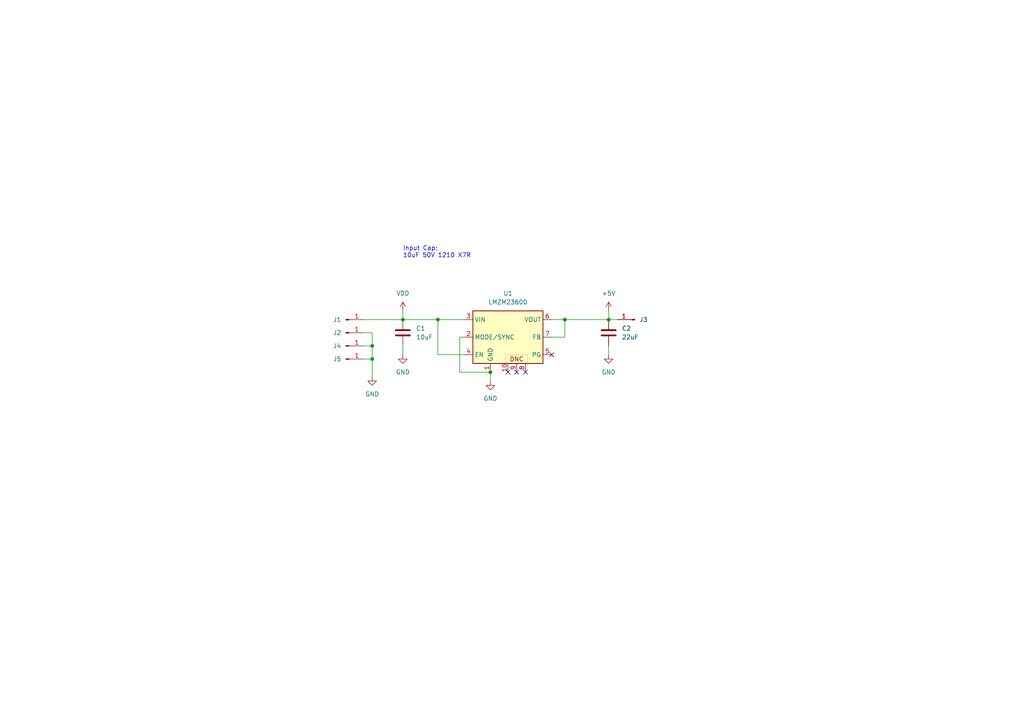
<source format=kicad_sch>
(kicad_sch (version 20230121) (generator eeschema)
  (paper "A4")
  (lib_symbols
    (symbol "Connector:Conn_01x01_Pin" (pin_names (offset 1.016) hide)
      (property "Reference" "J" (at 0 2.54 0))
      (property "Value" "Conn_01x01_Pin" (at 0 -2.54 0))
      (symbol "Conn_01x01_Pin_1_1"
        (polyline (pts (xy 1.27 0) (xy 0.8636 0)) (stroke (width 0.1524)))
        (rectangle (start 0.8636 0.127) (end 0 -0.127) (stroke (width 0.1524)) (fill (type outline)))
        (pin passive line (at 5.08 0 180) (length 3.81) (name "Pin_1") (number "1"))
      )
    )
    (symbol "Device:C" (pin_numbers hide) (pin_names (offset 0.254))
      (property "Reference" "C" (at 0.635 2.54 0))
      (property "Value" "C" (at 0.635 -2.54 0))
      (symbol "C_0_1"
        (polyline (pts (xy -2.032 -0.762) (xy 2.032 -0.762)) (stroke (width 0.508)))
        (polyline (pts (xy -2.032 0.762) (xy 2.032 0.762)) (stroke (width 0.508)))
      )
      (symbol "C_1_1"
        (pin passive line (at 0 3.81 270) (length 2.794) (name "~") (number "1"))
        (pin passive line (at 0 -3.81 90) (length 2.794) (name "~") (number "2"))
      )
    )
    (symbol "Regulator_Switching:LMZM23600"
      (property "Reference" "U" (at -8.89 8.89 0))
      (property "Value" "LMZM23600" (at 6.35 8.89 0))
      (symbol "LMZM23600_0_1"
        (rectangle (start -10.16 7.62) (end 10.16 -7.62) (stroke (width 0.254)) (fill (type background)))
      )
      (symbol "LMZM23600_1_1"
        (polyline (pts (xy 5.7156 -7.642) (xy 5.7156 -5.102) (xy -0.6344 -5.102) (xy -0.6344 -7.642)) (stroke (width 0) (type dot)))
        (text "DNC" (at 2.54 -6.35 0) (effects (font (size 1.27 1.27))))
        (pin power_in line (at -5.08 -10.16 90) (length 2.54) (name "GND") (number "1"))
        (pin passive line (at 0 -10.16 90) (length 2.54) (name "~") (number "10"))
        (pin passive line (at -5.08 -10.16 90) (length 2.54) hide (name "GND") (number "11"))
        (pin input line (at -12.7 0 0) (length 2.54) (name "MODE/SYNC") (number "2"))
        (pin power_in line (at -12.7 5.08 0) (length 2.54) (name "VIN") (number "3"))
        (pin input line (at -12.7 -5.08 0) (length 2.54) (name "EN") (number "4"))
        (pin open_collector line (at 12.7 -5.08 180) (length 2.54) (name "PG") (number "5"))
        (pin power_out line (at 12.7 5.08 180) (length 2.54) (name "VOUT") (number "6"))
        (pin input line (at 12.7 0 180) (length 2.54) (name "FB") (number "7"))
        (pin passive line (at 5.08 -10.16 90) (length 2.54) (name "~") (number "8"))
        (pin passive line (at 2.54 -10.16 90) (length 2.54) (name "~") (number "9"))
      )
    )
    (symbol "power:+5V" (power) (pin_names (offset 0))
      (property "Value" "+5V" (at 0 3.556 0))
      (symbol "+5V_0_1"
        (polyline (pts (xy -0.762 1.27) (xy 0 2.54)))
        (polyline (pts (xy 0 0) (xy 0 2.54)))
        (polyline (pts (xy 0 2.54) (xy 0.762 1.27)))
      )
      (symbol "+5V_1_1"
        (pin power_in line (at 0 0 90) (length 0) hide (name "+5V") (number "1"))
      )
    )
    (symbol "power:GND" (power) (pin_names (offset 0))
      (property "Value" "GND" (at 0 -3.81 0))
      (symbol "GND_0_1"
        (polyline (pts (xy 0 0) (xy 0 -1.27) (xy 1.27 -1.27) (xy 0 -2.54) (xy -1.27 -1.27) (xy 0 -1.27)))
      )
      (symbol "GND_1_1"
        (pin power_in line (at 0 0 270) (length 0) hide (name "GND") (number "1"))
      )
    )
    (symbol "power:VDD" (power) (pin_names (offset 0))
      (property "Value" "VDD" (at 0 3.81 0))
      (symbol "VDD_0_1"
        (polyline (pts (xy -0.762 1.27) (xy 0 2.54)))
        (polyline (pts (xy 0 0) (xy 0 2.54)))
        (polyline (pts (xy 0 2.54) (xy 0.762 1.27)))
      )
      (symbol "VDD_1_1"
        (pin power_in line (at 0 0 90) (length 0) hide (name "VDD") (number "1"))
      )
    )
  )
  (junction (at 107.95 104.14))
  (junction (at 142.24 107.95))
  (junction (at 116.84 92.71))
  (junction (at 163.83 92.71))
  (junction (at 127 92.71))
  (junction (at 107.95 100.33))
  (junction (at 176.53 92.71))
  (no_connect (at 152.4 107.95))
  (no_connect (at 149.86 107.95))
  (no_connect (at 160.02 102.87))
  (no_connect (at 147.32 107.95))
  (wire (pts (xy 163.83 97.79) (xy 163.83 92.71)))
  (wire (pts (xy 107.95 96.52) (xy 107.95 100.33)))
  (wire (pts (xy 142.24 107.95) (xy 142.24 110.49)))
  (wire (pts (xy 107.95 104.14) (xy 107.95 109.22)))
  (wire (pts (xy 133.35 97.79) (xy 133.35 107.95)))
  (wire (pts (xy 134.62 102.87) (xy 127 102.87)))
  (wire (pts (xy 163.83 92.71) (xy 176.53 92.71)))
  (wire (pts (xy 105.41 92.71) (xy 116.84 92.71)))
  (wire (pts (xy 127 92.71) (xy 134.62 92.71)))
  (wire (pts (xy 134.62 97.79) (xy 133.35 97.79)))
  (wire (pts (xy 160.02 97.79) (xy 163.83 97.79)))
  (wire (pts (xy 133.35 107.95) (xy 142.24 107.95)))
  (wire (pts (xy 105.41 100.33) (xy 107.95 100.33)))
  (wire (pts (xy 107.95 100.33) (xy 107.95 104.14)))
  (wire (pts (xy 116.84 92.71) (xy 127 92.71)))
  (wire (pts (xy 105.41 104.14) (xy 107.95 104.14)))
  (wire (pts (xy 127 102.87) (xy 127 92.71)))
  (wire (pts (xy 160.02 92.71) (xy 163.83 92.71)))
  (wire (pts (xy 176.53 90.17) (xy 176.53 92.71)))
  (wire (pts (xy 176.53 100.33) (xy 176.53 102.87)))
  (wire (pts (xy 116.84 90.17) (xy 116.84 92.71)))
  (wire (pts (xy 105.41 96.52) (xy 107.95 96.52)))
  (wire (pts (xy 116.84 100.33) (xy 116.84 102.87)))
  (wire (pts (xy 176.53 92.71) (xy 179.07 92.71)))
  (text "Input Cap:\n10uF 50V 1210 X7R" (at 116.84 74.93 0) (effects (font (size 1.27 1.27)) (justify left bottom)))
  (symbol (lib_id "Connector:Conn_01x01_Pin") (at 100.33 104.14 0) (unit 1)
    (property "Reference" "J5" (at 97.79 104.14 0))
    (property "Value" "Conn_01x01_Pin" (effects hide))
    (property "Footprint" "TestPoint:TestPoint_THTPad_D1.5mm_Drill0.7mm" (effects hide))
  )
  (symbol (lib_id "Connector:Conn_01x01_Pin") (at 100.33 100.33 0) (unit 1)
    (property "Reference" "J4" (at 97.79 100.33 0))
    (property "Value" "Conn_01x01_Pin" (effects hide))
    (property "Footprint" "TestPoint:TestPoint_THTPad_D1.5mm_Drill0.7mm" (effects hide))
  )
  (symbol (lib_id "Connector:Conn_01x01_Pin") (at 100.33 96.52 0) (unit 1)
    (property "Reference" "J2" (at 97.79 96.52 0))
    (property "Value" "Conn_01x01_Pin" (effects hide))
    (property "Footprint" "TestPoint:TestPoint_THTPad_D1.5mm_Drill0.7mm" (effects hide))
  )
  (symbol (lib_id "power:GND") (at 116.84 102.87 0) (unit 1)
    (property "Reference" "#PWR04" (effects hide))
    (property "Value" "GND" (at 116.84 107.95 0))
  )
  (symbol (lib_id "Device:C") (at 116.84 96.52 0) (unit 1)
    (property "Reference" "C1" (at 120.65 95.25 0) (effects (justify left)))
    (property "Value" "10uF" (at 120.65 97.79 0) (effects (justify left)))
    (property "Footprint" "Capacitor_SMD:C_0805_2012Metric" (effects hide))
  )
  (symbol (lib_id "Connector:Conn_01x01_Pin") (at 184.15 92.71 180) (unit 1)
    (property "Reference" "J3" (at 186.69 92.71 0))
    (property "Value" "Conn_01x01_Pin" (effects hide))
    (property "Footprint" "TestPoint:TestPoint_THTPad_D1.5mm_Drill0.7mm" (effects hide))
  )
  (symbol (lib_id "Connector:Conn_01x01_Pin") (at 100.33 92.71 0) (unit 1)
    (property "Reference" "J1" (at 97.79 92.71 0))
    (property "Value" "Conn_01x01_Pin" (effects hide))
    (property "Footprint" "TestPoint:TestPoint_THTPad_D1.5mm_Drill0.7mm" (effects hide))
  )
  (symbol (lib_id "power:GND") (at 107.95 109.22 0) (unit 1)
    (property "Reference" "#PWR06" (effects hide))
    (property "Value" "GND" (at 107.95 114.3 0))
  )
  (symbol (lib_id "Device:C") (at 176.53 96.52 0) (unit 1)
    (property "Reference" "C2" (at 180.34 95.25 0) (effects (justify left)))
    (property "Value" "22uF" (at 180.34 97.79 0) (effects (justify left)))
    (property "Footprint" "Capacitor_SMD:C_0805_2012Metric" (effects hide))
  )
  (symbol (lib_id "power:+5V") (at 176.53 90.17 0) (unit 1)
    (property "Reference" "#PWR03" (effects hide))
    (property "Value" "+5V" (at 176.53 85.09 0))
  )
  (symbol (lib_id "Regulator_Switching:LMZM23600") (at 147.32 97.79 0) (unit 1)
    (property "Reference" "U1" (at 147.32 85.09 0))
    (property "Value" "LMZM23600" (at 147.32 87.63 0))
    (property "Footprint" "Package_LGA:Texas_SIL0010A_MicroSiP-10-1EP_3.8x3mm_P0.6mm_EP0.7x2.9mm_ThermalVias" (effects hide))
    (property "Datasheet" "http://www.ti.com/lit/ds/symlink/lmzm23600.pdf" (effects hide))
  )
  (symbol (lib_id "power:GND") (at 176.53 102.87 0) (unit 1)
    (property "Reference" "#PWR05" (effects hide))
    (property "Value" "GND" (at 176.53 107.95 0))
  )
  (symbol (lib_id "power:VDD") (at 116.84 90.17 0) (unit 1)
    (property "Reference" "#PWR01" (effects hide))
    (property "Value" "VDD" (at 116.84 85.09 0))
  )
  (symbol (lib_id "power:GND") (at 142.24 110.49 0) (unit 1)
    (property "Reference" "#PWR02" (effects hide))
    (property "Value" "GND" (at 142.24 115.57 0))
  )
)
</source>
